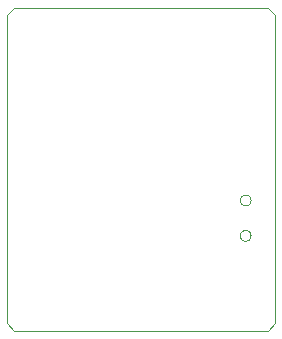
<source format=gko>
G75*
%MOIN*%
%OFA0B0*%
%FSLAX24Y24*%
%IPPOS*%
%LPD*%
%AMOC8*
5,1,8,0,0,1.08239X$1,22.5*
%
%ADD10C,0.0000*%
D10*
X000205Y000430D02*
X000455Y000180D01*
X008905Y000180D01*
X009155Y000430D01*
X009155Y010705D01*
X008905Y010955D01*
X000455Y010955D01*
X000205Y010705D01*
X000205Y000430D01*
X007978Y003364D02*
X007980Y003390D01*
X007986Y003416D01*
X007996Y003441D01*
X008009Y003464D01*
X008025Y003484D01*
X008045Y003502D01*
X008067Y003517D01*
X008090Y003529D01*
X008116Y003537D01*
X008142Y003541D01*
X008168Y003541D01*
X008194Y003537D01*
X008220Y003529D01*
X008244Y003517D01*
X008265Y003502D01*
X008285Y003484D01*
X008301Y003464D01*
X008314Y003441D01*
X008324Y003416D01*
X008330Y003390D01*
X008332Y003364D01*
X008330Y003338D01*
X008324Y003312D01*
X008314Y003287D01*
X008301Y003264D01*
X008285Y003244D01*
X008265Y003226D01*
X008243Y003211D01*
X008220Y003199D01*
X008194Y003191D01*
X008168Y003187D01*
X008142Y003187D01*
X008116Y003191D01*
X008090Y003199D01*
X008066Y003211D01*
X008045Y003226D01*
X008025Y003244D01*
X008009Y003264D01*
X007996Y003287D01*
X007986Y003312D01*
X007980Y003338D01*
X007978Y003364D01*
X007978Y004546D02*
X007980Y004572D01*
X007986Y004598D01*
X007996Y004623D01*
X008009Y004646D01*
X008025Y004666D01*
X008045Y004684D01*
X008067Y004699D01*
X008090Y004711D01*
X008116Y004719D01*
X008142Y004723D01*
X008168Y004723D01*
X008194Y004719D01*
X008220Y004711D01*
X008244Y004699D01*
X008265Y004684D01*
X008285Y004666D01*
X008301Y004646D01*
X008314Y004623D01*
X008324Y004598D01*
X008330Y004572D01*
X008332Y004546D01*
X008330Y004520D01*
X008324Y004494D01*
X008314Y004469D01*
X008301Y004446D01*
X008285Y004426D01*
X008265Y004408D01*
X008243Y004393D01*
X008220Y004381D01*
X008194Y004373D01*
X008168Y004369D01*
X008142Y004369D01*
X008116Y004373D01*
X008090Y004381D01*
X008066Y004393D01*
X008045Y004408D01*
X008025Y004426D01*
X008009Y004446D01*
X007996Y004469D01*
X007986Y004494D01*
X007980Y004520D01*
X007978Y004546D01*
M02*

</source>
